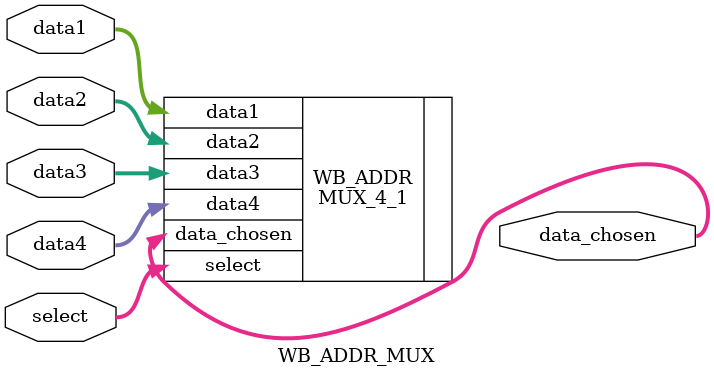
<source format=v>
`timescale 1ns / 1ps


module WB_ADDR_MUX(
    input [31:0] data1,
    input [31:0] data2,
    input [31:0] data3,
    input [31:0] data4,
    input [1:0] select,
    output wire [31:0] data_chosen
    );

MUX_4_1 WB_ADDR(
    .data1(data1),
    .data2(data2),
    .data3(data3),
    .data4(data4),
    .select(select),
    .data_chosen(data_chosen)
);

endmodule

</source>
